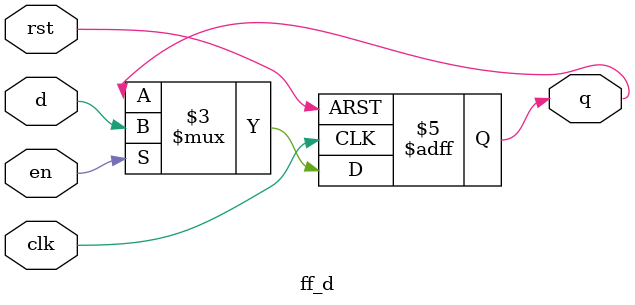
<source format=v>
module ff_d(input d, clk, rst, en, output reg q);
	
	always @ (posedge clk or negedge rst) begin
		if (!rst) begin
			q <= 1'b0;
		end
		else begin
			if (en) begin
				q <= d;
			end
		end
	end
	
endmodule 
</source>
